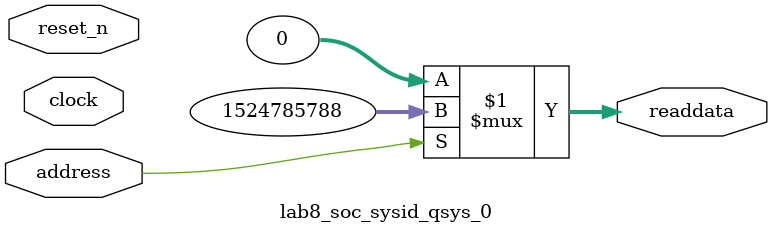
<source format=v>

`timescale 1ns / 1ps
// synthesis translate_on

// turn off superfluous verilog processor warnings 
// altera message_level Level1 
// altera message_off 10034 10035 10036 10037 10230 10240 10030 

module lab8_soc_sysid_qsys_0 (
               // inputs:
                address,
                clock,
                reset_n,

               // outputs:
                readdata
             )
;

  output  [ 31: 0] readdata;
  input            address;
  input            clock;
  input            reset_n;

  wire    [ 31: 0] readdata;
  //control_slave, which is an e_avalon_slave
  assign readdata = address ? 1524785788 : 0;

endmodule




</source>
